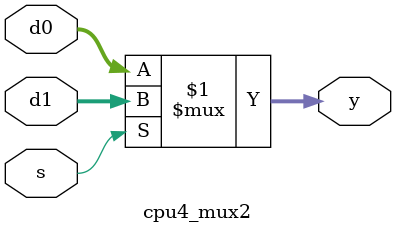
<source format=v>
`include "defines.v"

module cpu4_mux2 #(parameter WIDTH=8) (
	input  [WIDTH-1:0] d0,
	input  [WIDTH-1:0] d1,
	input  s,
	output [WIDTH-1:0] y
	);
	
	assign y = s? d1 : d0;
endmodule
</source>
